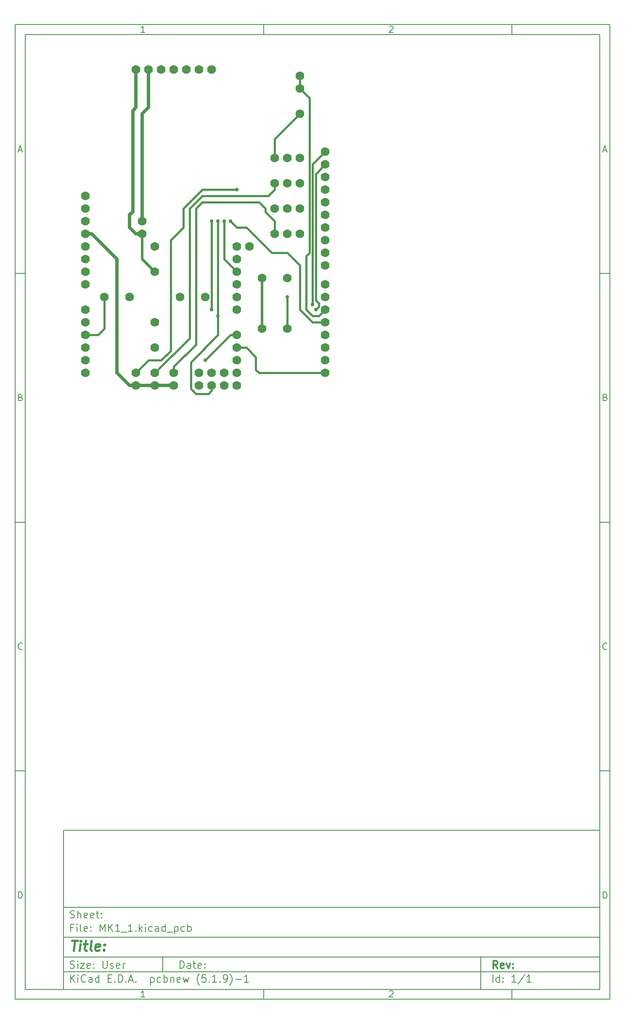
<source format=gbr>
%TF.GenerationSoftware,KiCad,Pcbnew,(5.1.9)-1*%
%TF.CreationDate,2021-07-03T12:35:33-04:00*%
%TF.ProjectId,MK1_1,4d4b315f-312e-46b6-9963-61645f706362,rev?*%
%TF.SameCoordinates,Original*%
%TF.FileFunction,Copper,L2,Bot*%
%TF.FilePolarity,Positive*%
%FSLAX45Y45*%
G04 Gerber Fmt 4.5, Leading zero omitted, Abs format (unit mm)*
G04 Created by KiCad (PCBNEW (5.1.9)-1) date 2021-07-03 12:35:33*
%MOMM*%
%LPD*%
G01*
G04 APERTURE LIST*
%ADD10C,0.127000*%
%ADD11C,0.150000*%
%ADD12C,0.300000*%
%ADD13C,0.400000*%
%TA.AperFunction,ViaPad*%
%ADD14C,0.762000*%
%TD*%
%TA.AperFunction,ViaPad*%
%ADD15C,1.778000*%
%TD*%
%TA.AperFunction,Conductor*%
%ADD16C,0.381000*%
%TD*%
%TA.AperFunction,Conductor*%
%ADD17C,0.635000*%
%TD*%
%TA.AperFunction,Conductor*%
%ADD18C,0.508000*%
%TD*%
G04 APERTURE END LIST*
D10*
D11*
X1970000Y-17190000D02*
X1970000Y-20390000D01*
X12770000Y-20390000D01*
X12770000Y-17190000D01*
X1970000Y-17190000D01*
D10*
D11*
X1000000Y-1000000D02*
X1000000Y-20590000D01*
X12970000Y-20590000D01*
X12970000Y-1000000D01*
X1000000Y-1000000D01*
D10*
D11*
X1200000Y-1200000D02*
X1200000Y-20390000D01*
X12770000Y-20390000D01*
X12770000Y-1200000D01*
X1200000Y-1200000D01*
D10*
D11*
X6000000Y-1200000D02*
X6000000Y-1000000D01*
D10*
D11*
X11000000Y-1200000D02*
X11000000Y-1000000D01*
D10*
D11*
X3606548Y-1158810D02*
X3532262Y-1158810D01*
X3569405Y-1158810D02*
X3569405Y-1028809D01*
X3557024Y-1047381D01*
X3544643Y-1059762D01*
X3532262Y-1065952D01*
D10*
D11*
X8532262Y-1041190D02*
X8538452Y-1035000D01*
X8550833Y-1028809D01*
X8581786Y-1028809D01*
X8594167Y-1035000D01*
X8600357Y-1041190D01*
X8606548Y-1053571D01*
X8606548Y-1065952D01*
X8600357Y-1084524D01*
X8526071Y-1158810D01*
X8606548Y-1158810D01*
D10*
D11*
X6000000Y-20390000D02*
X6000000Y-20590000D01*
D10*
D11*
X11000000Y-20390000D02*
X11000000Y-20590000D01*
D10*
D11*
X3606548Y-20548810D02*
X3532262Y-20548810D01*
X3569405Y-20548810D02*
X3569405Y-20418810D01*
X3557024Y-20437381D01*
X3544643Y-20449762D01*
X3532262Y-20455952D01*
D10*
D11*
X8532262Y-20431190D02*
X8538452Y-20425000D01*
X8550833Y-20418810D01*
X8581786Y-20418810D01*
X8594167Y-20425000D01*
X8600357Y-20431190D01*
X8606548Y-20443571D01*
X8606548Y-20455952D01*
X8600357Y-20474524D01*
X8526071Y-20548810D01*
X8606548Y-20548810D01*
D10*
D11*
X1000000Y-6000000D02*
X1200000Y-6000000D01*
D10*
D11*
X1000000Y-11000000D02*
X1200000Y-11000000D01*
D10*
D11*
X1000000Y-16000000D02*
X1200000Y-16000000D01*
D10*
D11*
X1069048Y-3521667D02*
X1130952Y-3521667D01*
X1056667Y-3558809D02*
X1100000Y-3428809D01*
X1143333Y-3558809D01*
D10*
D11*
X1109286Y-8490714D02*
X1127857Y-8496905D01*
X1134048Y-8503095D01*
X1140238Y-8515476D01*
X1140238Y-8534048D01*
X1134048Y-8546429D01*
X1127857Y-8552619D01*
X1115476Y-8558810D01*
X1065952Y-8558810D01*
X1065952Y-8428810D01*
X1109286Y-8428810D01*
X1121667Y-8435000D01*
X1127857Y-8441190D01*
X1134048Y-8453571D01*
X1134048Y-8465952D01*
X1127857Y-8478333D01*
X1121667Y-8484524D01*
X1109286Y-8490714D01*
X1065952Y-8490714D01*
D10*
D11*
X1140238Y-13546428D02*
X1134048Y-13552619D01*
X1115476Y-13558809D01*
X1103095Y-13558809D01*
X1084524Y-13552619D01*
X1072143Y-13540238D01*
X1065952Y-13527857D01*
X1059762Y-13503095D01*
X1059762Y-13484524D01*
X1065952Y-13459762D01*
X1072143Y-13447381D01*
X1084524Y-13435000D01*
X1103095Y-13428809D01*
X1115476Y-13428809D01*
X1134048Y-13435000D01*
X1140238Y-13441190D01*
D10*
D11*
X1065952Y-18558810D02*
X1065952Y-18428810D01*
X1096905Y-18428810D01*
X1115476Y-18435000D01*
X1127857Y-18447381D01*
X1134048Y-18459762D01*
X1140238Y-18484524D01*
X1140238Y-18503095D01*
X1134048Y-18527857D01*
X1127857Y-18540238D01*
X1115476Y-18552619D01*
X1096905Y-18558810D01*
X1065952Y-18558810D01*
D10*
D11*
X12970000Y-6000000D02*
X12770000Y-6000000D01*
D10*
D11*
X12970000Y-11000000D02*
X12770000Y-11000000D01*
D10*
D11*
X12970000Y-16000000D02*
X12770000Y-16000000D01*
D10*
D11*
X12839048Y-3521667D02*
X12900952Y-3521667D01*
X12826667Y-3558809D02*
X12870000Y-3428809D01*
X12913333Y-3558809D01*
D10*
D11*
X12879286Y-8490714D02*
X12897857Y-8496905D01*
X12904048Y-8503095D01*
X12910238Y-8515476D01*
X12910238Y-8534048D01*
X12904048Y-8546429D01*
X12897857Y-8552619D01*
X12885476Y-8558810D01*
X12835952Y-8558810D01*
X12835952Y-8428810D01*
X12879286Y-8428810D01*
X12891667Y-8435000D01*
X12897857Y-8441190D01*
X12904048Y-8453571D01*
X12904048Y-8465952D01*
X12897857Y-8478333D01*
X12891667Y-8484524D01*
X12879286Y-8490714D01*
X12835952Y-8490714D01*
D10*
D11*
X12910238Y-13546428D02*
X12904048Y-13552619D01*
X12885476Y-13558809D01*
X12873095Y-13558809D01*
X12854524Y-13552619D01*
X12842143Y-13540238D01*
X12835952Y-13527857D01*
X12829762Y-13503095D01*
X12829762Y-13484524D01*
X12835952Y-13459762D01*
X12842143Y-13447381D01*
X12854524Y-13435000D01*
X12873095Y-13428809D01*
X12885476Y-13428809D01*
X12904048Y-13435000D01*
X12910238Y-13441190D01*
D10*
D11*
X12835952Y-18558810D02*
X12835952Y-18428810D01*
X12866905Y-18428810D01*
X12885476Y-18435000D01*
X12897857Y-18447381D01*
X12904048Y-18459762D01*
X12910238Y-18484524D01*
X12910238Y-18503095D01*
X12904048Y-18527857D01*
X12897857Y-18540238D01*
X12885476Y-18552619D01*
X12866905Y-18558810D01*
X12835952Y-18558810D01*
D10*
D11*
X4313214Y-19967857D02*
X4313214Y-19817857D01*
X4348929Y-19817857D01*
X4370357Y-19825000D01*
X4384643Y-19839286D01*
X4391786Y-19853571D01*
X4398929Y-19882143D01*
X4398929Y-19903571D01*
X4391786Y-19932143D01*
X4384643Y-19946429D01*
X4370357Y-19960714D01*
X4348929Y-19967857D01*
X4313214Y-19967857D01*
X4527500Y-19967857D02*
X4527500Y-19889286D01*
X4520357Y-19875000D01*
X4506071Y-19867857D01*
X4477500Y-19867857D01*
X4463214Y-19875000D01*
X4527500Y-19960714D02*
X4513214Y-19967857D01*
X4477500Y-19967857D01*
X4463214Y-19960714D01*
X4456071Y-19946429D01*
X4456071Y-19932143D01*
X4463214Y-19917857D01*
X4477500Y-19910714D01*
X4513214Y-19910714D01*
X4527500Y-19903571D01*
X4577500Y-19867857D02*
X4634643Y-19867857D01*
X4598929Y-19817857D02*
X4598929Y-19946429D01*
X4606071Y-19960714D01*
X4620357Y-19967857D01*
X4634643Y-19967857D01*
X4741786Y-19960714D02*
X4727500Y-19967857D01*
X4698929Y-19967857D01*
X4684643Y-19960714D01*
X4677500Y-19946429D01*
X4677500Y-19889286D01*
X4684643Y-19875000D01*
X4698929Y-19867857D01*
X4727500Y-19867857D01*
X4741786Y-19875000D01*
X4748929Y-19889286D01*
X4748929Y-19903571D01*
X4677500Y-19917857D01*
X4813214Y-19953571D02*
X4820357Y-19960714D01*
X4813214Y-19967857D01*
X4806071Y-19960714D01*
X4813214Y-19953571D01*
X4813214Y-19967857D01*
X4813214Y-19875000D02*
X4820357Y-19882143D01*
X4813214Y-19889286D01*
X4806071Y-19882143D01*
X4813214Y-19875000D01*
X4813214Y-19889286D01*
D10*
D11*
X1970000Y-20040000D02*
X12770000Y-20040000D01*
D10*
D11*
X2113214Y-20247857D02*
X2113214Y-20097857D01*
X2198929Y-20247857D02*
X2134643Y-20162143D01*
X2198929Y-20097857D02*
X2113214Y-20183571D01*
X2263214Y-20247857D02*
X2263214Y-20147857D01*
X2263214Y-20097857D02*
X2256071Y-20105000D01*
X2263214Y-20112143D01*
X2270357Y-20105000D01*
X2263214Y-20097857D01*
X2263214Y-20112143D01*
X2420357Y-20233571D02*
X2413214Y-20240714D01*
X2391786Y-20247857D01*
X2377500Y-20247857D01*
X2356071Y-20240714D01*
X2341786Y-20226429D01*
X2334643Y-20212143D01*
X2327500Y-20183571D01*
X2327500Y-20162143D01*
X2334643Y-20133571D01*
X2341786Y-20119286D01*
X2356071Y-20105000D01*
X2377500Y-20097857D01*
X2391786Y-20097857D01*
X2413214Y-20105000D01*
X2420357Y-20112143D01*
X2548929Y-20247857D02*
X2548929Y-20169286D01*
X2541786Y-20155000D01*
X2527500Y-20147857D01*
X2498929Y-20147857D01*
X2484643Y-20155000D01*
X2548929Y-20240714D02*
X2534643Y-20247857D01*
X2498929Y-20247857D01*
X2484643Y-20240714D01*
X2477500Y-20226429D01*
X2477500Y-20212143D01*
X2484643Y-20197857D01*
X2498929Y-20190714D01*
X2534643Y-20190714D01*
X2548929Y-20183571D01*
X2684643Y-20247857D02*
X2684643Y-20097857D01*
X2684643Y-20240714D02*
X2670357Y-20247857D01*
X2641786Y-20247857D01*
X2627500Y-20240714D01*
X2620357Y-20233571D01*
X2613214Y-20219286D01*
X2613214Y-20176429D01*
X2620357Y-20162143D01*
X2627500Y-20155000D01*
X2641786Y-20147857D01*
X2670357Y-20147857D01*
X2684643Y-20155000D01*
X2870357Y-20169286D02*
X2920357Y-20169286D01*
X2941786Y-20247857D02*
X2870357Y-20247857D01*
X2870357Y-20097857D01*
X2941786Y-20097857D01*
X3006071Y-20233571D02*
X3013214Y-20240714D01*
X3006071Y-20247857D01*
X2998928Y-20240714D01*
X3006071Y-20233571D01*
X3006071Y-20247857D01*
X3077500Y-20247857D02*
X3077500Y-20097857D01*
X3113214Y-20097857D01*
X3134643Y-20105000D01*
X3148928Y-20119286D01*
X3156071Y-20133571D01*
X3163214Y-20162143D01*
X3163214Y-20183571D01*
X3156071Y-20212143D01*
X3148928Y-20226429D01*
X3134643Y-20240714D01*
X3113214Y-20247857D01*
X3077500Y-20247857D01*
X3227500Y-20233571D02*
X3234643Y-20240714D01*
X3227500Y-20247857D01*
X3220357Y-20240714D01*
X3227500Y-20233571D01*
X3227500Y-20247857D01*
X3291786Y-20205000D02*
X3363214Y-20205000D01*
X3277500Y-20247857D02*
X3327500Y-20097857D01*
X3377500Y-20247857D01*
X3427500Y-20233571D02*
X3434643Y-20240714D01*
X3427500Y-20247857D01*
X3420357Y-20240714D01*
X3427500Y-20233571D01*
X3427500Y-20247857D01*
X3727500Y-20147857D02*
X3727500Y-20297857D01*
X3727500Y-20155000D02*
X3741786Y-20147857D01*
X3770357Y-20147857D01*
X3784643Y-20155000D01*
X3791786Y-20162143D01*
X3798928Y-20176429D01*
X3798928Y-20219286D01*
X3791786Y-20233571D01*
X3784643Y-20240714D01*
X3770357Y-20247857D01*
X3741786Y-20247857D01*
X3727500Y-20240714D01*
X3927500Y-20240714D02*
X3913214Y-20247857D01*
X3884643Y-20247857D01*
X3870357Y-20240714D01*
X3863214Y-20233571D01*
X3856071Y-20219286D01*
X3856071Y-20176429D01*
X3863214Y-20162143D01*
X3870357Y-20155000D01*
X3884643Y-20147857D01*
X3913214Y-20147857D01*
X3927500Y-20155000D01*
X3991786Y-20247857D02*
X3991786Y-20097857D01*
X3991786Y-20155000D02*
X4006071Y-20147857D01*
X4034643Y-20147857D01*
X4048928Y-20155000D01*
X4056071Y-20162143D01*
X4063214Y-20176429D01*
X4063214Y-20219286D01*
X4056071Y-20233571D01*
X4048928Y-20240714D01*
X4034643Y-20247857D01*
X4006071Y-20247857D01*
X3991786Y-20240714D01*
X4127500Y-20147857D02*
X4127500Y-20247857D01*
X4127500Y-20162143D02*
X4134643Y-20155000D01*
X4148928Y-20147857D01*
X4170357Y-20147857D01*
X4184643Y-20155000D01*
X4191786Y-20169286D01*
X4191786Y-20247857D01*
X4320357Y-20240714D02*
X4306071Y-20247857D01*
X4277500Y-20247857D01*
X4263214Y-20240714D01*
X4256071Y-20226429D01*
X4256071Y-20169286D01*
X4263214Y-20155000D01*
X4277500Y-20147857D01*
X4306071Y-20147857D01*
X4320357Y-20155000D01*
X4327500Y-20169286D01*
X4327500Y-20183571D01*
X4256071Y-20197857D01*
X4377500Y-20147857D02*
X4406071Y-20247857D01*
X4434643Y-20176429D01*
X4463214Y-20247857D01*
X4491786Y-20147857D01*
X4706071Y-20305000D02*
X4698929Y-20297857D01*
X4684643Y-20276429D01*
X4677500Y-20262143D01*
X4670357Y-20240714D01*
X4663214Y-20205000D01*
X4663214Y-20176429D01*
X4670357Y-20140714D01*
X4677500Y-20119286D01*
X4684643Y-20105000D01*
X4698929Y-20083571D01*
X4706071Y-20076429D01*
X4834643Y-20097857D02*
X4763214Y-20097857D01*
X4756071Y-20169286D01*
X4763214Y-20162143D01*
X4777500Y-20155000D01*
X4813214Y-20155000D01*
X4827500Y-20162143D01*
X4834643Y-20169286D01*
X4841786Y-20183571D01*
X4841786Y-20219286D01*
X4834643Y-20233571D01*
X4827500Y-20240714D01*
X4813214Y-20247857D01*
X4777500Y-20247857D01*
X4763214Y-20240714D01*
X4756071Y-20233571D01*
X4906071Y-20233571D02*
X4913214Y-20240714D01*
X4906071Y-20247857D01*
X4898929Y-20240714D01*
X4906071Y-20233571D01*
X4906071Y-20247857D01*
X5056071Y-20247857D02*
X4970357Y-20247857D01*
X5013214Y-20247857D02*
X5013214Y-20097857D01*
X4998929Y-20119286D01*
X4984643Y-20133571D01*
X4970357Y-20140714D01*
X5120357Y-20233571D02*
X5127500Y-20240714D01*
X5120357Y-20247857D01*
X5113214Y-20240714D01*
X5120357Y-20233571D01*
X5120357Y-20247857D01*
X5198929Y-20247857D02*
X5227500Y-20247857D01*
X5241786Y-20240714D01*
X5248929Y-20233571D01*
X5263214Y-20212143D01*
X5270357Y-20183571D01*
X5270357Y-20126429D01*
X5263214Y-20112143D01*
X5256071Y-20105000D01*
X5241786Y-20097857D01*
X5213214Y-20097857D01*
X5198929Y-20105000D01*
X5191786Y-20112143D01*
X5184643Y-20126429D01*
X5184643Y-20162143D01*
X5191786Y-20176429D01*
X5198929Y-20183571D01*
X5213214Y-20190714D01*
X5241786Y-20190714D01*
X5256071Y-20183571D01*
X5263214Y-20176429D01*
X5270357Y-20162143D01*
X5320357Y-20305000D02*
X5327500Y-20297857D01*
X5341786Y-20276429D01*
X5348929Y-20262143D01*
X5356071Y-20240714D01*
X5363214Y-20205000D01*
X5363214Y-20176429D01*
X5356071Y-20140714D01*
X5348929Y-20119286D01*
X5341786Y-20105000D01*
X5327500Y-20083571D01*
X5320357Y-20076429D01*
X5434643Y-20190714D02*
X5548929Y-20190714D01*
X5698928Y-20247857D02*
X5613214Y-20247857D01*
X5656071Y-20247857D02*
X5656071Y-20097857D01*
X5641786Y-20119286D01*
X5627500Y-20133571D01*
X5613214Y-20140714D01*
D10*
D11*
X1970000Y-19740000D02*
X12770000Y-19740000D01*
D10*
D12*
X10710929Y-19967857D02*
X10660929Y-19896429D01*
X10625214Y-19967857D02*
X10625214Y-19817857D01*
X10682357Y-19817857D01*
X10696643Y-19825000D01*
X10703786Y-19832143D01*
X10710929Y-19846429D01*
X10710929Y-19867857D01*
X10703786Y-19882143D01*
X10696643Y-19889286D01*
X10682357Y-19896429D01*
X10625214Y-19896429D01*
X10832357Y-19960714D02*
X10818071Y-19967857D01*
X10789500Y-19967857D01*
X10775214Y-19960714D01*
X10768071Y-19946429D01*
X10768071Y-19889286D01*
X10775214Y-19875000D01*
X10789500Y-19867857D01*
X10818071Y-19867857D01*
X10832357Y-19875000D01*
X10839500Y-19889286D01*
X10839500Y-19903571D01*
X10768071Y-19917857D01*
X10889500Y-19867857D02*
X10925214Y-19967857D01*
X10960929Y-19867857D01*
X11018071Y-19953571D02*
X11025214Y-19960714D01*
X11018071Y-19967857D01*
X11010929Y-19960714D01*
X11018071Y-19953571D01*
X11018071Y-19967857D01*
X11018071Y-19875000D02*
X11025214Y-19882143D01*
X11018071Y-19889286D01*
X11010929Y-19882143D01*
X11018071Y-19875000D01*
X11018071Y-19889286D01*
D10*
D11*
X2106071Y-19960714D02*
X2127500Y-19967857D01*
X2163214Y-19967857D01*
X2177500Y-19960714D01*
X2184643Y-19953571D01*
X2191786Y-19939286D01*
X2191786Y-19925000D01*
X2184643Y-19910714D01*
X2177500Y-19903571D01*
X2163214Y-19896429D01*
X2134643Y-19889286D01*
X2120357Y-19882143D01*
X2113214Y-19875000D01*
X2106071Y-19860714D01*
X2106071Y-19846429D01*
X2113214Y-19832143D01*
X2120357Y-19825000D01*
X2134643Y-19817857D01*
X2170357Y-19817857D01*
X2191786Y-19825000D01*
X2256071Y-19967857D02*
X2256071Y-19867857D01*
X2256071Y-19817857D02*
X2248929Y-19825000D01*
X2256071Y-19832143D01*
X2263214Y-19825000D01*
X2256071Y-19817857D01*
X2256071Y-19832143D01*
X2313214Y-19867857D02*
X2391786Y-19867857D01*
X2313214Y-19967857D01*
X2391786Y-19967857D01*
X2506071Y-19960714D02*
X2491786Y-19967857D01*
X2463214Y-19967857D01*
X2448929Y-19960714D01*
X2441786Y-19946429D01*
X2441786Y-19889286D01*
X2448929Y-19875000D01*
X2463214Y-19867857D01*
X2491786Y-19867857D01*
X2506071Y-19875000D01*
X2513214Y-19889286D01*
X2513214Y-19903571D01*
X2441786Y-19917857D01*
X2577500Y-19953571D02*
X2584643Y-19960714D01*
X2577500Y-19967857D01*
X2570357Y-19960714D01*
X2577500Y-19953571D01*
X2577500Y-19967857D01*
X2577500Y-19875000D02*
X2584643Y-19882143D01*
X2577500Y-19889286D01*
X2570357Y-19882143D01*
X2577500Y-19875000D01*
X2577500Y-19889286D01*
X2763214Y-19817857D02*
X2763214Y-19939286D01*
X2770357Y-19953571D01*
X2777500Y-19960714D01*
X2791786Y-19967857D01*
X2820357Y-19967857D01*
X2834643Y-19960714D01*
X2841786Y-19953571D01*
X2848928Y-19939286D01*
X2848928Y-19817857D01*
X2913214Y-19960714D02*
X2927500Y-19967857D01*
X2956071Y-19967857D01*
X2970357Y-19960714D01*
X2977500Y-19946429D01*
X2977500Y-19939286D01*
X2970357Y-19925000D01*
X2956071Y-19917857D01*
X2934643Y-19917857D01*
X2920357Y-19910714D01*
X2913214Y-19896429D01*
X2913214Y-19889286D01*
X2920357Y-19875000D01*
X2934643Y-19867857D01*
X2956071Y-19867857D01*
X2970357Y-19875000D01*
X3098928Y-19960714D02*
X3084643Y-19967857D01*
X3056071Y-19967857D01*
X3041786Y-19960714D01*
X3034643Y-19946429D01*
X3034643Y-19889286D01*
X3041786Y-19875000D01*
X3056071Y-19867857D01*
X3084643Y-19867857D01*
X3098928Y-19875000D01*
X3106071Y-19889286D01*
X3106071Y-19903571D01*
X3034643Y-19917857D01*
X3170357Y-19967857D02*
X3170357Y-19867857D01*
X3170357Y-19896429D02*
X3177500Y-19882143D01*
X3184643Y-19875000D01*
X3198928Y-19867857D01*
X3213214Y-19867857D01*
D10*
D11*
X10613214Y-20247857D02*
X10613214Y-20097857D01*
X10748929Y-20247857D02*
X10748929Y-20097857D01*
X10748929Y-20240714D02*
X10734643Y-20247857D01*
X10706071Y-20247857D01*
X10691786Y-20240714D01*
X10684643Y-20233571D01*
X10677500Y-20219286D01*
X10677500Y-20176429D01*
X10684643Y-20162143D01*
X10691786Y-20155000D01*
X10706071Y-20147857D01*
X10734643Y-20147857D01*
X10748929Y-20155000D01*
X10820357Y-20233571D02*
X10827500Y-20240714D01*
X10820357Y-20247857D01*
X10813214Y-20240714D01*
X10820357Y-20233571D01*
X10820357Y-20247857D01*
X10820357Y-20155000D02*
X10827500Y-20162143D01*
X10820357Y-20169286D01*
X10813214Y-20162143D01*
X10820357Y-20155000D01*
X10820357Y-20169286D01*
X11084643Y-20247857D02*
X10998929Y-20247857D01*
X11041786Y-20247857D02*
X11041786Y-20097857D01*
X11027500Y-20119286D01*
X11013214Y-20133571D01*
X10998929Y-20140714D01*
X11256071Y-20090714D02*
X11127500Y-20283571D01*
X11384643Y-20247857D02*
X11298928Y-20247857D01*
X11341786Y-20247857D02*
X11341786Y-20097857D01*
X11327500Y-20119286D01*
X11313214Y-20133571D01*
X11298928Y-20140714D01*
D10*
D11*
X1970000Y-19340000D02*
X12770000Y-19340000D01*
D10*
D13*
X2141238Y-19410476D02*
X2255524Y-19410476D01*
X2173381Y-19610476D02*
X2198381Y-19410476D01*
X2297190Y-19610476D02*
X2313857Y-19477143D01*
X2322190Y-19410476D02*
X2311476Y-19420000D01*
X2319810Y-19429524D01*
X2330524Y-19420000D01*
X2322190Y-19410476D01*
X2319810Y-19429524D01*
X2380524Y-19477143D02*
X2456714Y-19477143D01*
X2417429Y-19410476D02*
X2396000Y-19581905D01*
X2403143Y-19600952D01*
X2421000Y-19610476D01*
X2440048Y-19610476D01*
X2535286Y-19610476D02*
X2517429Y-19600952D01*
X2510286Y-19581905D01*
X2531714Y-19410476D01*
X2688857Y-19600952D02*
X2668619Y-19610476D01*
X2630524Y-19610476D01*
X2612667Y-19600952D01*
X2605524Y-19581905D01*
X2615048Y-19505714D01*
X2626952Y-19486667D01*
X2647190Y-19477143D01*
X2685286Y-19477143D01*
X2703143Y-19486667D01*
X2710286Y-19505714D01*
X2707905Y-19524762D01*
X2610286Y-19543810D01*
X2785286Y-19591429D02*
X2793619Y-19600952D01*
X2782905Y-19610476D01*
X2774571Y-19600952D01*
X2785286Y-19591429D01*
X2782905Y-19610476D01*
X2798381Y-19486667D02*
X2806714Y-19496190D01*
X2796000Y-19505714D01*
X2787667Y-19496190D01*
X2798381Y-19486667D01*
X2796000Y-19505714D01*
D10*
D11*
X2163214Y-19149286D02*
X2113214Y-19149286D01*
X2113214Y-19227857D02*
X2113214Y-19077857D01*
X2184643Y-19077857D01*
X2241786Y-19227857D02*
X2241786Y-19127857D01*
X2241786Y-19077857D02*
X2234643Y-19085000D01*
X2241786Y-19092143D01*
X2248929Y-19085000D01*
X2241786Y-19077857D01*
X2241786Y-19092143D01*
X2334643Y-19227857D02*
X2320357Y-19220714D01*
X2313214Y-19206429D01*
X2313214Y-19077857D01*
X2448929Y-19220714D02*
X2434643Y-19227857D01*
X2406071Y-19227857D01*
X2391786Y-19220714D01*
X2384643Y-19206429D01*
X2384643Y-19149286D01*
X2391786Y-19135000D01*
X2406071Y-19127857D01*
X2434643Y-19127857D01*
X2448929Y-19135000D01*
X2456071Y-19149286D01*
X2456071Y-19163571D01*
X2384643Y-19177857D01*
X2520357Y-19213571D02*
X2527500Y-19220714D01*
X2520357Y-19227857D01*
X2513214Y-19220714D01*
X2520357Y-19213571D01*
X2520357Y-19227857D01*
X2520357Y-19135000D02*
X2527500Y-19142143D01*
X2520357Y-19149286D01*
X2513214Y-19142143D01*
X2520357Y-19135000D01*
X2520357Y-19149286D01*
X2706071Y-19227857D02*
X2706071Y-19077857D01*
X2756071Y-19185000D01*
X2806071Y-19077857D01*
X2806071Y-19227857D01*
X2877500Y-19227857D02*
X2877500Y-19077857D01*
X2963214Y-19227857D02*
X2898928Y-19142143D01*
X2963214Y-19077857D02*
X2877500Y-19163571D01*
X3106071Y-19227857D02*
X3020357Y-19227857D01*
X3063214Y-19227857D02*
X3063214Y-19077857D01*
X3048928Y-19099286D01*
X3034643Y-19113571D01*
X3020357Y-19120714D01*
X3134643Y-19242143D02*
X3248928Y-19242143D01*
X3363214Y-19227857D02*
X3277500Y-19227857D01*
X3320357Y-19227857D02*
X3320357Y-19077857D01*
X3306071Y-19099286D01*
X3291786Y-19113571D01*
X3277500Y-19120714D01*
X3427500Y-19213571D02*
X3434643Y-19220714D01*
X3427500Y-19227857D01*
X3420357Y-19220714D01*
X3427500Y-19213571D01*
X3427500Y-19227857D01*
X3498928Y-19227857D02*
X3498928Y-19077857D01*
X3513214Y-19170714D02*
X3556071Y-19227857D01*
X3556071Y-19127857D02*
X3498928Y-19185000D01*
X3620357Y-19227857D02*
X3620357Y-19127857D01*
X3620357Y-19077857D02*
X3613214Y-19085000D01*
X3620357Y-19092143D01*
X3627500Y-19085000D01*
X3620357Y-19077857D01*
X3620357Y-19092143D01*
X3756071Y-19220714D02*
X3741786Y-19227857D01*
X3713214Y-19227857D01*
X3698928Y-19220714D01*
X3691786Y-19213571D01*
X3684643Y-19199286D01*
X3684643Y-19156429D01*
X3691786Y-19142143D01*
X3698928Y-19135000D01*
X3713214Y-19127857D01*
X3741786Y-19127857D01*
X3756071Y-19135000D01*
X3884643Y-19227857D02*
X3884643Y-19149286D01*
X3877500Y-19135000D01*
X3863214Y-19127857D01*
X3834643Y-19127857D01*
X3820357Y-19135000D01*
X3884643Y-19220714D02*
X3870357Y-19227857D01*
X3834643Y-19227857D01*
X3820357Y-19220714D01*
X3813214Y-19206429D01*
X3813214Y-19192143D01*
X3820357Y-19177857D01*
X3834643Y-19170714D01*
X3870357Y-19170714D01*
X3884643Y-19163571D01*
X4020357Y-19227857D02*
X4020357Y-19077857D01*
X4020357Y-19220714D02*
X4006071Y-19227857D01*
X3977500Y-19227857D01*
X3963214Y-19220714D01*
X3956071Y-19213571D01*
X3948928Y-19199286D01*
X3948928Y-19156429D01*
X3956071Y-19142143D01*
X3963214Y-19135000D01*
X3977500Y-19127857D01*
X4006071Y-19127857D01*
X4020357Y-19135000D01*
X4056071Y-19242143D02*
X4170357Y-19242143D01*
X4206071Y-19127857D02*
X4206071Y-19277857D01*
X4206071Y-19135000D02*
X4220357Y-19127857D01*
X4248929Y-19127857D01*
X4263214Y-19135000D01*
X4270357Y-19142143D01*
X4277500Y-19156429D01*
X4277500Y-19199286D01*
X4270357Y-19213571D01*
X4263214Y-19220714D01*
X4248929Y-19227857D01*
X4220357Y-19227857D01*
X4206071Y-19220714D01*
X4406071Y-19220714D02*
X4391786Y-19227857D01*
X4363214Y-19227857D01*
X4348929Y-19220714D01*
X4341786Y-19213571D01*
X4334643Y-19199286D01*
X4334643Y-19156429D01*
X4341786Y-19142143D01*
X4348929Y-19135000D01*
X4363214Y-19127857D01*
X4391786Y-19127857D01*
X4406071Y-19135000D01*
X4470357Y-19227857D02*
X4470357Y-19077857D01*
X4470357Y-19135000D02*
X4484643Y-19127857D01*
X4513214Y-19127857D01*
X4527500Y-19135000D01*
X4534643Y-19142143D01*
X4541786Y-19156429D01*
X4541786Y-19199286D01*
X4534643Y-19213571D01*
X4527500Y-19220714D01*
X4513214Y-19227857D01*
X4484643Y-19227857D01*
X4470357Y-19220714D01*
D10*
D11*
X1970000Y-18740000D02*
X12770000Y-18740000D01*
D10*
D11*
X2106071Y-18950714D02*
X2127500Y-18957857D01*
X2163214Y-18957857D01*
X2177500Y-18950714D01*
X2184643Y-18943571D01*
X2191786Y-18929286D01*
X2191786Y-18915000D01*
X2184643Y-18900714D01*
X2177500Y-18893571D01*
X2163214Y-18886429D01*
X2134643Y-18879286D01*
X2120357Y-18872143D01*
X2113214Y-18865000D01*
X2106071Y-18850714D01*
X2106071Y-18836429D01*
X2113214Y-18822143D01*
X2120357Y-18815000D01*
X2134643Y-18807857D01*
X2170357Y-18807857D01*
X2191786Y-18815000D01*
X2256071Y-18957857D02*
X2256071Y-18807857D01*
X2320357Y-18957857D02*
X2320357Y-18879286D01*
X2313214Y-18865000D01*
X2298929Y-18857857D01*
X2277500Y-18857857D01*
X2263214Y-18865000D01*
X2256071Y-18872143D01*
X2448929Y-18950714D02*
X2434643Y-18957857D01*
X2406071Y-18957857D01*
X2391786Y-18950714D01*
X2384643Y-18936429D01*
X2384643Y-18879286D01*
X2391786Y-18865000D01*
X2406071Y-18857857D01*
X2434643Y-18857857D01*
X2448929Y-18865000D01*
X2456071Y-18879286D01*
X2456071Y-18893571D01*
X2384643Y-18907857D01*
X2577500Y-18950714D02*
X2563214Y-18957857D01*
X2534643Y-18957857D01*
X2520357Y-18950714D01*
X2513214Y-18936429D01*
X2513214Y-18879286D01*
X2520357Y-18865000D01*
X2534643Y-18857857D01*
X2563214Y-18857857D01*
X2577500Y-18865000D01*
X2584643Y-18879286D01*
X2584643Y-18893571D01*
X2513214Y-18907857D01*
X2627500Y-18857857D02*
X2684643Y-18857857D01*
X2648929Y-18807857D02*
X2648929Y-18936429D01*
X2656071Y-18950714D01*
X2670357Y-18957857D01*
X2684643Y-18957857D01*
X2734643Y-18943571D02*
X2741786Y-18950714D01*
X2734643Y-18957857D01*
X2727500Y-18950714D01*
X2734643Y-18943571D01*
X2734643Y-18957857D01*
X2734643Y-18865000D02*
X2741786Y-18872143D01*
X2734643Y-18879286D01*
X2727500Y-18872143D01*
X2734643Y-18865000D01*
X2734643Y-18879286D01*
D10*
D11*
X3970000Y-19740000D02*
X3970000Y-20040000D01*
D10*
D11*
X10370000Y-19740000D02*
X10370000Y-20390000D01*
D14*
%TO.N,*%
X4953000Y-6731000D03*
X5080000Y-6858000D03*
X6477000Y-6477000D03*
X4953000Y-4953000D03*
X5080000Y-4953000D03*
X5207000Y-4953000D03*
D15*
X4953000Y-8255000D03*
X4953000Y-8001000D03*
X5207000Y-8001000D03*
X5207000Y-8255000D03*
X4699000Y-8001000D03*
X4699000Y-8255000D03*
X5461000Y-8255000D03*
X5461000Y-8001000D03*
X5461000Y-7747000D03*
X4191000Y-8255000D03*
X4191000Y-8001000D03*
X3810000Y-8001000D03*
X3810000Y-8255000D03*
X3429000Y-8001000D03*
X2413000Y-7493000D03*
X2413000Y-7239000D03*
X2413000Y-6985000D03*
X2413000Y-6731000D03*
X2413000Y-8001000D03*
X7239000Y-8001000D03*
X7239000Y-7747000D03*
X7239000Y-7493000D03*
X7239000Y-7239000D03*
X7239000Y-6731000D03*
X7239000Y-6477000D03*
X7239000Y-6223000D03*
X7239000Y-5842000D03*
X7239000Y-5588000D03*
X7239000Y-5334000D03*
X7239000Y-5080000D03*
X7239000Y-4826000D03*
X7239000Y-4572000D03*
X7239000Y-4318000D03*
X7239000Y-4064000D03*
X7239000Y-3810000D03*
X7239000Y-3556000D03*
X6731000Y-3683000D03*
X6477000Y-3683000D03*
X6223000Y-3683000D03*
X6223000Y-4191000D03*
X6477000Y-4191000D03*
X6731000Y-4191000D03*
X6731000Y-4699000D03*
X6477000Y-4699000D03*
X6223000Y-4699000D03*
X6223000Y-5207000D03*
X6477000Y-5207000D03*
X6731000Y-5207000D03*
X6477000Y-6096000D03*
X5969000Y-6096000D03*
X6477000Y-7112000D03*
X5969000Y-7112000D03*
X5461000Y-6731000D03*
X5461000Y-6477000D03*
X5461000Y-6223000D03*
X5461000Y-5969000D03*
X5461000Y-5715000D03*
X5461000Y-5461000D03*
X4826000Y-6477000D03*
X4318000Y-6477000D03*
X3810000Y-6985000D03*
X3810000Y-7493000D03*
X3810000Y-5461000D03*
X3810000Y-5969000D03*
X3302000Y-6477000D03*
X2794000Y-6477000D03*
X2413000Y-6223000D03*
X2413000Y-5969000D03*
X2413000Y-5715000D03*
X2413000Y-5461000D03*
X2413000Y-5207000D03*
X2413000Y-4953000D03*
X2413000Y-4699000D03*
X2413000Y-4445000D03*
X4953000Y-1905000D03*
X4445000Y-1905000D03*
X4191000Y-1905000D03*
X3937000Y-1905000D03*
X3683000Y-1905000D03*
X3429000Y-1905000D03*
X6731000Y-2794000D03*
X6731000Y-2032000D03*
X6731000Y-2286000D03*
X2413000Y-7747000D03*
X5461000Y-7239000D03*
D14*
X4826000Y-7747000D03*
D15*
X3429000Y-8255000D03*
D14*
X5461000Y-4318000D03*
X7048500Y-6731000D03*
X6985000Y-6629400D03*
D15*
X3556000Y-5207000D03*
X3556000Y-4953000D03*
X5715000Y-5461000D03*
X4699000Y-1905000D03*
D14*
X5334000Y-4953000D03*
D15*
X7239000Y-6985000D03*
X5461000Y-7493000D03*
%TD*%
D16*
%TO.N,*%
X2667000Y-7239000D02*
X2413000Y-7239000D01*
X4381500Y-4699000D02*
X4381500Y-5080000D01*
X4762500Y-4318000D02*
X4381500Y-4699000D01*
X4762500Y-4445000D02*
X4508500Y-4699000D01*
X6223000Y-4318000D02*
X6096000Y-4445000D01*
X4953000Y-4953000D02*
X4953000Y-6731000D01*
X5207000Y-4953000D02*
X5207000Y-5715000D01*
X5207000Y-5715000D02*
X5461000Y-5969000D01*
X6223000Y-3302000D02*
X6731000Y-2794000D01*
X2794000Y-7112000D02*
X2667000Y-7239000D01*
X6223000Y-4191000D02*
X6223000Y-4318000D01*
X2794000Y-6477000D02*
X2794000Y-7112000D01*
X4381500Y-5080000D02*
X4127500Y-5334000D01*
X5080000Y-4953000D02*
X5080000Y-6858000D01*
X6731000Y-2286000D02*
X6731000Y-2032000D01*
X4762500Y-4445000D02*
X6096000Y-4445000D01*
X4762500Y-4318000D02*
X5461000Y-4318000D01*
X5461000Y-7239000D02*
X5334000Y-7239000D01*
X5334000Y-7239000D02*
X4826000Y-7747000D01*
D17*
X2540000Y-5207000D02*
X3048000Y-5715000D01*
X2413000Y-5207000D02*
X2540000Y-5207000D01*
D18*
X3556000Y-5715000D02*
X3810000Y-5969000D01*
D17*
X3048000Y-5715000D02*
X3048000Y-8001000D01*
X3048000Y-8001000D02*
X3302000Y-8255000D01*
X3302000Y-8255000D02*
X3429000Y-8255000D01*
X3429000Y-8255000D02*
X3810000Y-8255000D01*
X3810000Y-8255000D02*
X4191000Y-8255000D01*
D16*
X3429000Y-8001000D02*
X3683000Y-7747000D01*
X3683000Y-7747000D02*
X3937000Y-7747000D01*
X3937000Y-7747000D02*
X4127500Y-7556500D01*
X3810000Y-8001000D02*
X4508500Y-7302500D01*
X4508500Y-4699000D02*
X4508500Y-7302500D01*
X4191000Y-8001000D02*
X4191000Y-7874000D01*
X4191000Y-7874000D02*
X4635500Y-7429500D01*
X4127500Y-7556500D02*
X4127500Y-5334000D01*
X6223000Y-3683000D02*
X6223000Y-3302000D01*
X6477000Y-6477000D02*
X6477000Y-7112000D01*
D18*
X5969000Y-6096000D02*
X5969000Y-7112000D01*
D16*
X4635500Y-7429500D02*
X4635500Y-4699000D01*
X4635500Y-4699000D02*
X4762500Y-4572000D01*
X4762500Y-4572000D02*
X5905500Y-4572000D01*
X5905500Y-4572000D02*
X6032500Y-4699000D01*
X6032500Y-4699000D02*
X6032500Y-4762500D01*
X6032500Y-4762500D02*
X6223000Y-4953000D01*
X6223000Y-4953000D02*
X6223000Y-5207000D01*
X6985000Y-3810000D02*
X7239000Y-3556000D01*
X7239000Y-3810000D02*
X7048500Y-4000500D01*
X7239000Y-6731000D02*
X7112000Y-6858000D01*
X7112000Y-6667500D02*
X7112000Y-6604000D01*
X7112000Y-6604000D02*
X7048500Y-6540500D01*
X7048500Y-6540500D02*
X7048500Y-4000500D01*
X7048500Y-6731000D02*
X7112000Y-6667500D01*
X7112000Y-6858000D02*
X6985000Y-6858000D01*
X6985000Y-6858000D02*
X6858000Y-6731000D01*
X6858000Y-6731000D02*
X6858000Y-5651500D01*
X6858000Y-5651500D02*
X6921500Y-5588000D01*
X6921500Y-5588000D02*
X6921500Y-2476500D01*
X6731000Y-2286000D02*
X6921500Y-2476500D01*
X6985000Y-3810000D02*
X6985000Y-6629400D01*
D18*
X3556000Y-5207000D02*
X3556000Y-5715000D01*
D17*
X3556000Y-4953000D02*
X3556000Y-2794000D01*
X3683000Y-2667000D02*
X3683000Y-1905000D01*
X3556000Y-2794000D02*
X3683000Y-2667000D01*
X3429000Y-1905000D02*
X3429000Y-2667000D01*
X3429000Y-2667000D02*
X3365500Y-2730500D01*
X3365500Y-2730500D02*
X3365500Y-4762500D01*
X3365500Y-4762500D02*
X3302000Y-4826000D01*
X3302000Y-4826000D02*
X3302000Y-5080000D01*
X3302000Y-5080000D02*
X3429000Y-5207000D01*
X3429000Y-5207000D02*
X3556000Y-5207000D01*
D16*
X5651500Y-5080000D02*
X5461000Y-5080000D01*
X5461000Y-5080000D02*
X5334000Y-4953000D01*
X7239000Y-6985000D02*
X6985000Y-6985000D01*
X6731000Y-5842000D02*
X6731000Y-6731000D01*
X6477000Y-5588000D02*
X6731000Y-5842000D01*
X6731000Y-6731000D02*
X6985000Y-6985000D01*
X6159500Y-5588000D02*
X5651500Y-5080000D01*
X6477000Y-5588000D02*
X6159500Y-5588000D01*
X5080000Y-7239000D02*
X5080000Y-6858000D01*
X4533900Y-7785100D02*
X5080000Y-7239000D01*
X4533900Y-8318500D02*
X4533900Y-7785100D01*
X4635500Y-8420100D02*
X4533900Y-8318500D01*
X4889500Y-8420100D02*
X4635500Y-8420100D01*
X4953000Y-8356600D02*
X4889500Y-8420100D01*
X4953000Y-8255000D02*
X4953000Y-8356600D01*
X5461000Y-7493000D02*
X5651500Y-7493000D01*
X5651500Y-7493000D02*
X5842000Y-7683500D01*
X5842000Y-7683500D02*
X5842000Y-7937500D01*
X5842000Y-7937500D02*
X5905500Y-8001000D01*
X5905500Y-8001000D02*
X7239000Y-8001000D01*
%TD*%
M02*

</source>
